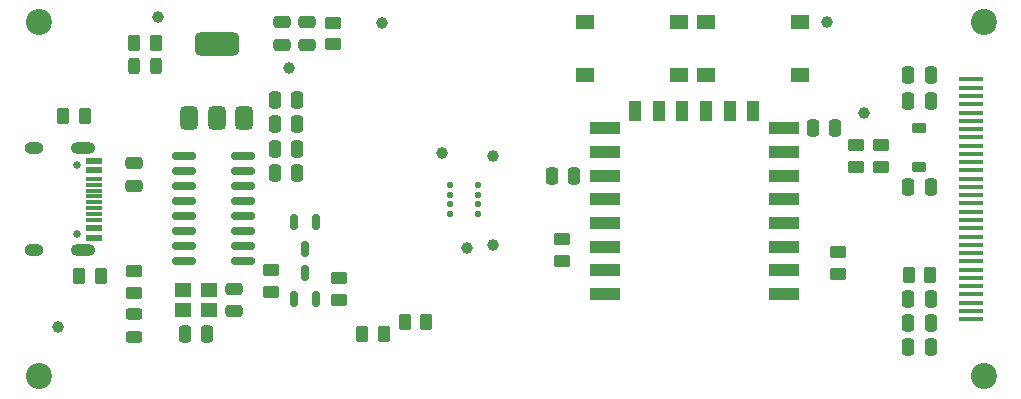
<source format=gbr>
%TF.GenerationSoftware,KiCad,Pcbnew,8.0.6*%
%TF.CreationDate,2024-10-17T21:48:28+02:00*%
%TF.ProjectId,weatherStationBoard,77656174-6865-4725-9374-6174696f6e42,rev?*%
%TF.SameCoordinates,Original*%
%TF.FileFunction,Soldermask,Top*%
%TF.FilePolarity,Negative*%
%FSLAX46Y46*%
G04 Gerber Fmt 4.6, Leading zero omitted, Abs format (unit mm)*
G04 Created by KiCad (PCBNEW 8.0.6) date 2024-10-17 21:48:28*
%MOMM*%
%LPD*%
G01*
G04 APERTURE LIST*
G04 Aperture macros list*
%AMRoundRect*
0 Rectangle with rounded corners*
0 $1 Rounding radius*
0 $2 $3 $4 $5 $6 $7 $8 $9 X,Y pos of 4 corners*
0 Add a 4 corners polygon primitive as box body*
4,1,4,$2,$3,$4,$5,$6,$7,$8,$9,$2,$3,0*
0 Add four circle primitives for the rounded corners*
1,1,$1+$1,$2,$3*
1,1,$1+$1,$4,$5*
1,1,$1+$1,$6,$7*
1,1,$1+$1,$8,$9*
0 Add four rect primitives between the rounded corners*
20,1,$1+$1,$2,$3,$4,$5,0*
20,1,$1+$1,$4,$5,$6,$7,0*
20,1,$1+$1,$6,$7,$8,$9,0*
20,1,$1+$1,$8,$9,$2,$3,0*%
G04 Aperture macros list end*
%ADD10C,0.650000*%
%ADD11R,1.450000X0.600000*%
%ADD12R,1.450000X0.300000*%
%ADD13O,2.100000X1.000000*%
%ADD14O,1.600000X1.000000*%
%ADD15RoundRect,0.250000X-0.250000X-0.475000X0.250000X-0.475000X0.250000X0.475000X-0.250000X0.475000X0*%
%ADD16R,1.550000X1.300000*%
%ADD17C,1.000000*%
%ADD18RoundRect,0.150000X0.150000X-0.512500X0.150000X0.512500X-0.150000X0.512500X-0.150000X-0.512500X0*%
%ADD19RoundRect,0.250000X-0.262500X-0.450000X0.262500X-0.450000X0.262500X0.450000X-0.262500X0.450000X0*%
%ADD20RoundRect,0.250000X0.450000X-0.262500X0.450000X0.262500X-0.450000X0.262500X-0.450000X-0.262500X0*%
%ADD21RoundRect,0.250000X-0.450000X0.262500X-0.450000X-0.262500X0.450000X-0.262500X0.450000X0.262500X0*%
%ADD22C,2.200000*%
%ADD23RoundRect,0.250000X-0.475000X0.250000X-0.475000X-0.250000X0.475000X-0.250000X0.475000X0.250000X0*%
%ADD24RoundRect,0.375000X0.375000X-0.625000X0.375000X0.625000X-0.375000X0.625000X-0.375000X-0.625000X0*%
%ADD25RoundRect,0.500000X1.400000X-0.500000X1.400000X0.500000X-1.400000X0.500000X-1.400000X-0.500000X0*%
%ADD26RoundRect,0.150000X-0.150000X0.512500X-0.150000X-0.512500X0.150000X-0.512500X0.150000X0.512500X0*%
%ADD27RoundRect,0.243750X0.243750X0.456250X-0.243750X0.456250X-0.243750X-0.456250X0.243750X-0.456250X0*%
%ADD28RoundRect,0.250000X0.250000X0.475000X-0.250000X0.475000X-0.250000X-0.475000X0.250000X-0.475000X0*%
%ADD29RoundRect,0.250000X0.262500X0.450000X-0.262500X0.450000X-0.262500X-0.450000X0.262500X-0.450000X0*%
%ADD30RoundRect,0.250000X0.475000X-0.250000X0.475000X0.250000X-0.475000X0.250000X-0.475000X-0.250000X0*%
%ADD31R,2.500000X1.000000*%
%ADD32R,1.000000X1.800000*%
%ADD33R,2.000000X0.400000*%
%ADD34RoundRect,0.243750X0.456250X-0.243750X0.456250X0.243750X-0.456250X0.243750X-0.456250X-0.243750X0*%
%ADD35RoundRect,0.150000X-0.825000X-0.150000X0.825000X-0.150000X0.825000X0.150000X-0.825000X0.150000X0*%
%ADD36R,1.400000X1.200000*%
%ADD37RoundRect,0.125000X-0.137500X0.125000X-0.137500X-0.125000X0.137500X-0.125000X0.137500X0.125000X0*%
%ADD38RoundRect,0.225000X-0.375000X0.225000X-0.375000X-0.225000X0.375000X-0.225000X0.375000X0.225000X0*%
G04 APERTURE END LIST*
D10*
%TO.C,J1*%
X151725000Y-110615000D03*
X151725000Y-116395000D03*
D11*
X153170000Y-110255000D03*
X153170000Y-111055000D03*
D12*
X153170000Y-112255000D03*
X153170000Y-113255000D03*
X153170000Y-113755000D03*
X153170000Y-114755000D03*
D11*
X153170000Y-115955000D03*
X153170000Y-116755000D03*
X153170000Y-116755000D03*
X153170000Y-115955000D03*
D12*
X153170000Y-115255000D03*
X153170000Y-114255000D03*
X153170000Y-112755000D03*
X153170000Y-111755000D03*
D11*
X153170000Y-111055000D03*
X153170000Y-110255000D03*
D13*
X152255000Y-109185000D03*
D14*
X148075000Y-109185000D03*
D13*
X152255000Y-117825000D03*
D14*
X148075000Y-117825000D03*
%TD*%
D15*
%TO.C,C4*%
X160850000Y-124900000D03*
X162750000Y-124900000D03*
%TD*%
D16*
%TO.C,S2*%
X212975000Y-103000000D03*
X205025000Y-103000000D03*
X212975000Y-98500000D03*
X205025000Y-98500000D03*
%TD*%
D17*
%TO.C,TP1*%
X169650000Y-102350000D03*
%TD*%
D18*
%TO.C,Q1*%
X170100000Y-121975000D03*
X172000000Y-121975000D03*
X171050000Y-119700000D03*
%TD*%
D19*
%TO.C,R3*%
X175887500Y-124900000D03*
X177712500Y-124900000D03*
%TD*%
D20*
%TO.C,R11*%
X219775000Y-110762500D03*
X219775000Y-108937500D03*
%TD*%
D21*
%TO.C,R12*%
X217650000Y-108927500D03*
X217650000Y-110752500D03*
%TD*%
D17*
%TO.C,TP10*%
X186950000Y-109850000D03*
%TD*%
D22*
%TO.C,H2*%
X228500000Y-98500000D03*
%TD*%
D17*
%TO.C,TP9*%
X150150000Y-124300000D03*
%TD*%
D23*
%TO.C,C3*%
X165050000Y-121050000D03*
X165050000Y-122950000D03*
%TD*%
D21*
%TO.C,R10*%
X192800000Y-116887500D03*
X192800000Y-118712500D03*
%TD*%
D22*
%TO.C,H3*%
X148500000Y-128500000D03*
%TD*%
D24*
%TO.C,U4*%
X161250000Y-106650000D03*
X163550000Y-106650000D03*
D25*
X163550000Y-100350000D03*
D24*
X165850000Y-106650000D03*
%TD*%
D26*
%TO.C,Q2*%
X172000000Y-115400000D03*
X170100000Y-115400000D03*
X171050000Y-117675000D03*
%TD*%
D17*
%TO.C,TP2*%
X182600000Y-109550000D03*
%TD*%
%TO.C,TP8*%
X218400000Y-106150000D03*
%TD*%
D27*
%TO.C,D1*%
X158437500Y-102250000D03*
X156562500Y-102250000D03*
%TD*%
D15*
%TO.C,C6*%
X168500000Y-107150000D03*
X170400000Y-107150000D03*
%TD*%
%TO.C,C2*%
X168500000Y-111250000D03*
X170400000Y-111250000D03*
%TD*%
D28*
%TO.C,C18*%
X224000000Y-123950000D03*
X222100000Y-123950000D03*
%TD*%
D20*
%TO.C,R5*%
X173900000Y-122012500D03*
X173900000Y-120187500D03*
%TD*%
D29*
%TO.C,R8*%
X153762500Y-119970000D03*
X151937500Y-119970000D03*
%TD*%
D15*
%TO.C,C5*%
X214050000Y-107500000D03*
X215950000Y-107500000D03*
%TD*%
D17*
%TO.C,TP7*%
X158600000Y-98100000D03*
%TD*%
D30*
%TO.C,C9*%
X171250000Y-100400000D03*
X171250000Y-98500000D03*
%TD*%
D17*
%TO.C,TP3*%
X184750000Y-117650000D03*
%TD*%
D19*
%TO.C,R14*%
X222137500Y-119900000D03*
X223962500Y-119900000D03*
%TD*%
%TO.C,R2*%
X179487500Y-123900000D03*
X181312500Y-123900000D03*
%TD*%
D31*
%TO.C,U1*%
X211600000Y-121500000D03*
X211600000Y-119500000D03*
X211600000Y-117500000D03*
X211600000Y-115500000D03*
X211600000Y-113500000D03*
X211600000Y-111500000D03*
X211600000Y-109500000D03*
X211600000Y-107500000D03*
D32*
X209000000Y-106000000D03*
X207000000Y-106000000D03*
X205000000Y-106000000D03*
X203000000Y-106000000D03*
X201000000Y-106000000D03*
X199000000Y-106000000D03*
D31*
X196400000Y-107500000D03*
X196400000Y-109500000D03*
X196400000Y-111500000D03*
X196400000Y-113500000D03*
X196400000Y-115500000D03*
X196400000Y-117500000D03*
X196400000Y-119500000D03*
X196400000Y-121500000D03*
%TD*%
D15*
%TO.C,C1*%
X168500000Y-109200000D03*
X170400000Y-109200000D03*
%TD*%
D28*
%TO.C,C14*%
X224000000Y-112450000D03*
X222100000Y-112450000D03*
%TD*%
D33*
%TO.C,J3*%
X227400000Y-103350000D03*
X227400000Y-104050000D03*
X227400000Y-104750000D03*
X227400000Y-105450000D03*
X227400000Y-106150000D03*
X227400000Y-106850000D03*
X227400000Y-107550000D03*
X227400000Y-108250000D03*
X227400000Y-108950000D03*
X227400000Y-109650000D03*
X227400000Y-110350000D03*
X227400000Y-111050000D03*
X227400000Y-111800000D03*
X227400000Y-112450000D03*
X227400000Y-113150000D03*
X227400000Y-113850000D03*
X227400000Y-114550000D03*
X227400000Y-115250000D03*
X227400000Y-115950000D03*
X227400000Y-116650000D03*
X227400000Y-117350000D03*
X227400000Y-118050000D03*
X227400000Y-118750000D03*
X227400000Y-119450000D03*
X227400000Y-120150000D03*
X227400000Y-120850000D03*
X227400000Y-121550000D03*
X227400000Y-122250000D03*
X227400000Y-122950000D03*
X227400000Y-123650000D03*
%TD*%
D22*
%TO.C,H4*%
X228500000Y-128500000D03*
%TD*%
D34*
%TO.C,D2*%
X156550000Y-125125000D03*
X156550000Y-123250000D03*
%TD*%
D29*
%TO.C,R6*%
X152390000Y-106410000D03*
X150565000Y-106410000D03*
%TD*%
D15*
%TO.C,C12*%
X191950000Y-111550000D03*
X193850000Y-111550000D03*
%TD*%
D30*
%TO.C,C10*%
X156560000Y-112330000D03*
X156560000Y-110430000D03*
%TD*%
D15*
%TO.C,C7*%
X168500000Y-105100000D03*
X170400000Y-105100000D03*
%TD*%
D17*
%TO.C,TP5*%
X215200000Y-98500000D03*
%TD*%
D35*
%TO.C,U2*%
X160825000Y-109805000D03*
X160825000Y-111075000D03*
X160825000Y-112345000D03*
X160825000Y-113615000D03*
X160825000Y-114885000D03*
X160825000Y-116155000D03*
X160825000Y-117425000D03*
X160825000Y-118695000D03*
X165775000Y-118695000D03*
X165775000Y-117425000D03*
X165775000Y-116155000D03*
X165775000Y-114885000D03*
X165775000Y-113615000D03*
X165775000Y-112345000D03*
X165775000Y-111075000D03*
X165775000Y-109805000D03*
%TD*%
D21*
%TO.C,R13*%
X216200000Y-117987500D03*
X216200000Y-119812500D03*
%TD*%
D22*
%TO.C,H1*%
X148500000Y-98500000D03*
%TD*%
D36*
%TO.C,Y1*%
X162900000Y-121150000D03*
X160700000Y-121150000D03*
X160700000Y-122850000D03*
X162900000Y-122850000D03*
%TD*%
D37*
%TO.C,U3*%
X185687500Y-112300000D03*
X185687500Y-113100000D03*
X185687500Y-113900000D03*
X185687500Y-114700000D03*
X183312500Y-114700000D03*
X183312500Y-113900000D03*
X183312500Y-113100000D03*
X183312500Y-112300000D03*
%TD*%
D30*
%TO.C,C8*%
X169100000Y-100400000D03*
X169100000Y-98500000D03*
%TD*%
D21*
%TO.C,R9*%
X168150000Y-119487500D03*
X168150000Y-121312500D03*
%TD*%
D28*
%TO.C,C17*%
X224000000Y-126000000D03*
X222100000Y-126000000D03*
%TD*%
D38*
%TO.C,D4*%
X223050000Y-107450000D03*
X223050000Y-110750000D03*
%TD*%
D28*
%TO.C,C16*%
X224000000Y-121900000D03*
X222100000Y-121900000D03*
%TD*%
D21*
%TO.C,R7*%
X173400000Y-98537500D03*
X173400000Y-100362500D03*
%TD*%
D17*
%TO.C,TP4*%
X186950000Y-117400000D03*
%TD*%
D28*
%TO.C,C13*%
X224000000Y-105200000D03*
X222100000Y-105200000D03*
%TD*%
D29*
%TO.C,R4*%
X158412500Y-100250000D03*
X156587500Y-100250000D03*
%TD*%
D17*
%TO.C,TP6*%
X177520000Y-98550000D03*
%TD*%
D28*
%TO.C,C15*%
X224000000Y-102950000D03*
X222100000Y-102950000D03*
%TD*%
D21*
%TO.C,R1*%
X156550000Y-119587500D03*
X156550000Y-121412500D03*
%TD*%
D16*
%TO.C,S1*%
X202725000Y-103000000D03*
X194775000Y-103000000D03*
X202725000Y-98500000D03*
X194775000Y-98500000D03*
%TD*%
M02*

</source>
